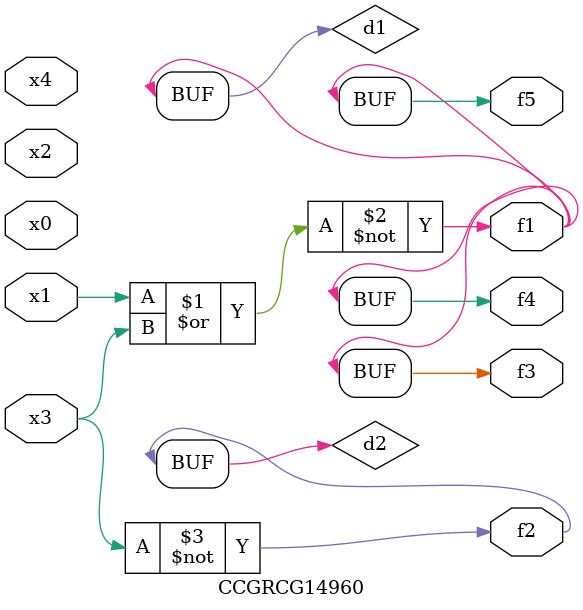
<source format=v>
module CCGRCG14960(
	input x0, x1, x2, x3, x4,
	output f1, f2, f3, f4, f5
);

	wire d1, d2;

	nor (d1, x1, x3);
	not (d2, x3);
	assign f1 = d1;
	assign f2 = d2;
	assign f3 = d1;
	assign f4 = d1;
	assign f5 = d1;
endmodule

</source>
